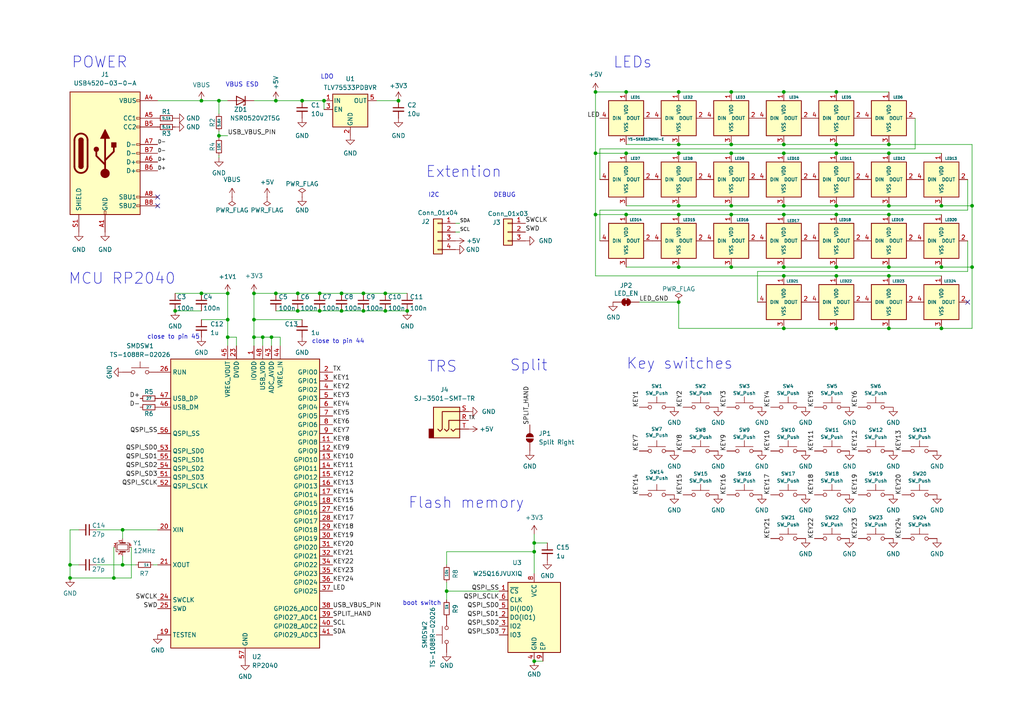
<source format=kicad_sch>
(kicad_sch (version 20231120) (generator "eeschema") (generator_version "8.0")
  (paper "A4")
  (title_block (title "KERIgoKBD") (date "2024-12-27") (rev "1.0.0") (company "KERI's Lab"))
  (junction (at 242.57 77.47))
  (junction (at 242.57 80.01))
  (junction (at 35.56 153.67))
  (junction (at 227.33 77.47))
  (junction (at 20.32 167.64))
  (junction (at 196.85 44.45))
  (junction (at 242.57 62.23))
  (junction (at 129.54 171.45))
  (junction (at 242.57 44.45))
  (junction (at 257.81 59.69))
  (junction (at 111.76 90.17))
  (junction (at 154.94 160.02))
  (junction (at 196.85 87.63))
  (junction (at 196.85 77.47))
  (junction (at 80.01 29.21))
  (junction (at 105.41 90.17))
  (junction (at 118.11 90.17))
  (junction (at 257.81 41.91))
  (junction (at 257.81 77.47))
  (junction (at 172.72 44.45))
  (junction (at 212.09 26.67))
  (junction (at 92.71 90.17))
  (junction (at 20.32 163.83))
  (junction (at 196.85 59.69))
  (junction (at 76.2 97.79))
  (junction (at 58.42 85.09))
  (junction (at 154.94 157.48))
  (junction (at 181.61 44.45))
  (junction (at 99.06 90.17))
  (junction (at 242.57 26.67))
  (junction (at 196.85 41.91))
  (junction (at 227.33 80.01))
  (junction (at 242.57 59.69))
  (junction (at 181.61 62.23))
  (junction (at 172.72 26.67))
  (junction (at 35.56 163.83))
  (junction (at 242.57 95.25))
  (junction (at 242.57 41.91))
  (junction (at 154.94 191.77))
  (junction (at 115.57 29.21))
  (junction (at 257.81 62.23))
  (junction (at 212.09 41.91))
  (junction (at 196.85 26.67))
  (junction (at 73.66 85.09))
  (junction (at 196.85 62.23))
  (junction (at 111.76 85.09))
  (junction (at 86.36 85.09))
  (junction (at 73.66 97.79))
  (junction (at 212.09 59.69))
  (junction (at 80.01 85.09))
  (junction (at 257.81 44.45))
  (junction (at 227.33 41.91))
  (junction (at 66.04 92.71))
  (junction (at 50.8 90.17))
  (junction (at 227.33 95.25))
  (junction (at 33.02 167.64))
  (junction (at 172.72 62.23))
  (junction (at 227.33 44.45))
  (junction (at 63.5 29.21))
  (junction (at 58.42 29.21))
  (junction (at 227.33 26.67))
  (junction (at 273.05 95.25))
  (junction (at 281.94 59.69))
  (junction (at 212.09 62.23))
  (junction (at 99.06 85.09))
  (junction (at 73.66 92.71))
  (junction (at 181.61 26.67))
  (junction (at 93.98 29.21))
  (junction (at 273.05 59.69))
  (junction (at 227.33 62.23))
  (junction (at 273.05 77.47))
  (junction (at 281.94 77.47))
  (junction (at 63.5 39.37))
  (junction (at 105.41 85.09))
  (junction (at 212.09 77.47))
  (junction (at 87.63 29.21))
  (junction (at 92.71 85.09))
  (junction (at 212.09 44.45))
  (junction (at 257.81 80.01))
  (junction (at 86.36 90.17))
  (junction (at 227.33 59.69))
  (junction (at 66.04 97.79))
  (junction (at 78.74 97.79))
  (junction (at 257.81 95.25))
  (junction (at 66.04 85.09))
  (no_connect (at 280.67 87.63))
  (no_connect (at 45.72 57.15))
  (no_connect (at 45.72 59.69))
  (wire (pts (xy 154.94 191.77) (xy 157.48 191.77)))
  (wire (pts (xy 44.45 163.83) (xy 45.72 163.83)))
  (wire (pts (xy 227.33 59.69) (xy 242.57 59.69)))
  (wire (pts (xy 66.04 85.09) (xy 66.04 92.71)))
  (wire (pts (xy 22.86 153.67) (xy 20.32 153.67)))
  (wire (pts (xy 35.56 156.21) (xy 35.56 153.67)))
  (wire (pts (xy 196.85 95.25) (xy 227.33 95.25)))
  (wire (pts (xy 281.94 41.91) (xy 281.94 59.69)))
  (wire (pts (xy 111.76 90.17) (xy 118.11 90.17)))
  (wire (pts (xy 227.33 44.45) (xy 242.57 44.45)))
  (wire (pts (xy 66.04 92.71) (xy 66.04 97.79)))
  (wire (pts (xy 257.81 62.23) (xy 273.05 62.23)))
  (wire (pts (xy 68.58 100.33) (xy 68.58 97.79)))
  (wire (pts (xy 93.98 29.21) (xy 93.98 31.75)))
  (wire (pts (xy 172.72 80.01) (xy 227.33 80.01)))
  (wire (pts (xy 76.2 97.79) (xy 78.74 97.79)))
  (wire (pts (xy 257.81 80.01) (xy 273.05 80.01)))
  (wire (pts (xy 20.32 163.83) (xy 22.86 163.83)))
  (wire (pts (xy 68.58 97.79) (xy 66.04 97.79)))
  (wire (pts (xy 196.85 77.47) (xy 212.09 77.47)))
  (wire (pts (xy 181.61 59.69) (xy 196.85 59.69)))
  (wire (pts (xy 196.85 87.63) (xy 196.85 95.25)))
  (wire (pts (xy 50.8 85.09) (xy 58.42 85.09)))
  (wire (pts (xy 219.71 78.74) (xy 280.67 78.74)))
  (wire (pts (xy 173.99 43.18) (xy 265.43 43.18)))
  (wire (pts (xy 172.72 62.23) (xy 181.61 62.23)))
  (wire (pts (xy 105.41 85.09) (xy 111.76 85.09)))
  (wire (pts (xy 20.32 167.64) (xy 33.02 167.64)))
  (wire (pts (xy 73.66 85.09) (xy 80.01 85.09)))
  (wire (pts (xy 76.2 97.79) (xy 76.2 100.33)))
  (wire (pts (xy 280.67 69.85) (xy 280.67 78.74)))
  (wire (pts (xy 58.42 85.09) (xy 66.04 85.09)))
  (wire (pts (xy 212.09 59.69) (xy 227.33 59.69)))
  (wire (pts (xy 181.61 44.45) (xy 196.85 44.45)))
  (wire (pts (xy 212.09 44.45) (xy 227.33 44.45)))
  (wire (pts (xy 80.01 90.17) (xy 86.36 90.17)))
  (wire (pts (xy 63.5 39.37) (xy 63.5 40.005)))
  (wire (pts (xy 212.09 26.67) (xy 227.33 26.67)))
  (wire (pts (xy 111.76 85.09) (xy 118.11 85.09)))
  (wire (pts (xy 129.54 171.45) (xy 129.54 173.99)))
  (wire (pts (xy 27.94 163.83) (xy 35.56 163.83)))
  (wire (pts (xy 173.99 60.96) (xy 173.99 69.85)))
  (wire (pts (xy 181.61 26.67) (xy 196.85 26.67)))
  (wire (pts (xy 281.94 77.47) (xy 281.94 95.25)))
  (wire (pts (xy 129.54 163.83) (xy 129.54 160.02)))
  (wire (pts (xy 63.5 45.085) (xy 63.5 45.72)))
  (wire (pts (xy 35.56 163.83) (xy 35.56 161.29)))
  (wire (pts (xy 35.56 153.67) (xy 45.72 153.67)))
  (wire (pts (xy 181.61 62.23) (xy 196.85 62.23)))
  (wire (pts (xy 280.67 60.96) (xy 173.99 60.96)))
  (wire (pts (xy 73.66 85.09) (xy 73.66 92.71)))
  (wire (pts (xy 273.05 77.47) (xy 257.81 77.47)))
  (wire (pts (xy 212.09 41.91) (xy 227.33 41.91)))
  (wire (pts (xy 154.94 154.94) (xy 154.94 157.48)))
  (wire (pts (xy 63.5 29.21) (xy 66.04 29.21)))
  (wire (pts (xy 73.66 92.71) (xy 73.66 97.79)))
  (wire (pts (xy 73.66 97.79) (xy 76.2 97.79)))
  (wire (pts (xy 109.22 29.21) (xy 115.57 29.21)))
  (wire (pts (xy 45.72 29.21) (xy 58.42 29.21)))
  (wire (pts (xy 196.85 44.45) (xy 212.09 44.45)))
  (wire (pts (xy 129.54 160.02) (xy 154.94 160.02)))
  (wire (pts (xy 227.33 41.91) (xy 242.57 41.91)))
  (wire (pts (xy 185.42 87.63) (xy 196.85 87.63)))
  (wire (pts (xy 63.5 39.37) (xy 66.04 39.37)))
  (wire (pts (xy 257.81 95.25) (xy 273.05 95.25)))
  (wire (pts (xy 181.61 41.91) (xy 196.85 41.91)))
  (wire (pts (xy 129.54 171.45) (xy 144.78 171.45)))
  (wire (pts (xy 196.85 41.91) (xy 212.09 41.91)))
  (wire (pts (xy 227.33 77.47) (xy 242.57 77.47)))
  (wire (pts (xy 242.57 44.45) (xy 257.81 44.45)))
  (wire (pts (xy 92.71 90.17) (xy 99.06 90.17)))
  (wire (pts (xy 196.85 62.23) (xy 212.09 62.23)))
  (wire (pts (xy 257.81 59.69) (xy 273.05 59.69)))
  (wire (pts (xy 227.33 26.67) (xy 242.57 26.67)))
  (wire (pts (xy 242.57 59.69) (xy 257.81 59.69)))
  (wire (pts (xy 99.06 90.17) (xy 105.41 90.17)))
  (wire (pts (xy 154.94 160.02) (xy 154.94 166.37)))
  (wire (pts (xy 80.01 85.09) (xy 86.36 85.09)))
  (wire (pts (xy 99.06 85.09) (xy 105.41 85.09)))
  (wire (pts (xy 129.54 168.91) (xy 129.54 171.45)))
  (wire (pts (xy 281.94 95.25) (xy 273.05 95.25)))
  (wire (pts (xy 81.28 97.79) (xy 81.28 100.33)))
  (wire (pts (xy 227.33 62.23) (xy 242.57 62.23)))
  (wire (pts (xy 58.42 92.71) (xy 66.04 92.71)))
  (wire (pts (xy 35.56 163.83) (xy 39.37 163.83)))
  (wire (pts (xy 196.85 26.67) (xy 212.09 26.67)))
  (wire (pts (xy 63.5 38.1) (xy 63.5 39.37)))
  (wire (pts (xy 50.8 90.17) (xy 58.42 90.17)))
  (wire (pts (xy 265.43 34.29) (xy 265.43 43.18)))
  (wire (pts (xy 172.72 80.01) (xy 172.72 62.23)))
  (wire (pts (xy 173.99 43.18) (xy 173.99 52.07)))
  (wire (pts (xy 63.5 29.21) (xy 63.5 33.02)))
  (wire (pts (xy 58.42 29.21) (xy 63.5 29.21)))
  (wire (pts (xy 281.94 59.69) (xy 281.94 77.47)))
  (wire (pts (xy 20.32 163.83) (xy 20.32 167.64)))
  (wire (pts (xy 227.33 95.25) (xy 242.57 95.25)))
  (wire (pts (xy 172.72 26.67) (xy 181.61 26.67)))
  (wire (pts (xy 242.57 62.23) (xy 257.81 62.23)))
  (wire (pts (xy 38.1 167.64) (xy 33.02 167.64)))
  (wire (pts (xy 172.72 44.45) (xy 181.61 44.45)))
  (wire (pts (xy 133.35 64.77) (xy 132.08 64.77)))
  (wire (pts (xy 66.04 97.79) (xy 66.04 100.33)))
  (wire (pts (xy 219.71 78.74) (xy 219.71 87.63)))
  (wire (pts (xy 196.85 59.69) (xy 212.09 59.69)))
  (wire (pts (xy 280.67 52.07) (xy 280.67 60.96)))
  (wire (pts (xy 92.71 85.09) (xy 99.06 85.09)))
  (wire (pts (xy 78.74 97.79) (xy 78.74 100.33)))
  (wire (pts (xy 73.66 92.71) (xy 87.63 92.71)))
  (wire (pts (xy 242.57 80.01) (xy 257.81 80.01)))
  (wire (pts (xy 181.61 77.47) (xy 196.85 77.47)))
  (wire (pts (xy 281.94 77.47) (xy 273.05 77.47)))
  (wire (pts (xy 38.1 158.75) (xy 38.1 167.64)))
  (wire (pts (xy 154.94 157.48) (xy 158.75 157.48)))
  (wire (pts (xy 242.57 41.91) (xy 257.81 41.91)))
  (wire (pts (xy 73.66 29.21) (xy 80.01 29.21)))
  (wire (pts (xy 172.72 44.45) (xy 172.72 26.67)))
  (wire (pts (xy 273.05 59.69) (xy 281.94 59.69)))
  (wire (pts (xy 242.57 26.67) (xy 257.81 26.67)))
  (wire (pts (xy 257.81 41.91) (xy 281.94 41.91)))
  (wire (pts (xy 105.41 90.17) (xy 111.76 90.17)))
  (wire (pts (xy 27.94 153.67) (xy 35.56 153.67)))
  (wire (pts (xy 227.33 80.01) (xy 242.57 80.01)))
  (wire (pts (xy 154.94 157.48) (xy 154.94 160.02)))
  (wire (pts (xy 86.36 85.09) (xy 92.71 85.09)))
  (wire (pts (xy 80.01 29.21) (xy 87.63 29.21)))
  (wire (pts (xy 78.74 97.79) (xy 81.28 97.79)))
  (wire (pts (xy 20.32 153.67) (xy 20.32 163.83)))
  (wire (pts (xy 87.63 29.21) (xy 93.98 29.21)))
  (wire (pts (xy 242.57 77.47) (xy 257.81 77.47)))
  (wire (pts (xy 242.57 95.25) (xy 257.81 95.25)))
  (wire (pts (xy 212.09 62.23) (xy 227.33 62.23)))
  (wire (pts (xy 212.09 77.47) (xy 227.33 77.47)))
  (wire (pts (xy 73.66 97.79) (xy 73.66 100.33)))
  (wire (pts (xy 172.72 62.23) (xy 172.72 44.45)))
  (wire (pts (xy 86.36 90.17) (xy 92.71 90.17)))
  (wire (pts (xy 133.35 67.31) (xy 132.08 67.31)))
  (wire (pts (xy 33.02 158.75) (xy 33.02 167.64)))
  (wire (pts (xy 257.81 44.45) (xy 273.05 44.45)))
  (text "Key switches" (at 181.61 107.442 0) (effects (font (size 3.175 3.175)) (justify left bottom)))
  (text "Extention" (at 123.444 51.816 0) (effects (font (size 3.175 3.175)) (justify left bottom)))
  (text "LDO" (at 92.964 23.114 0) (effects (font (size 1.27 1.27)) (justify left bottom)))
  (text "POWER\n" (at 20.701 20.066 0) (effects (font (size 3.175 3.175)) (justify left bottom)))
  (text "close to pin 45" (at 42.672 98.552 0) (effects (font (size 1.27 1.27)) (justify left bottom)))
  (text "Split" (at 147.828 107.95 0) (effects (font (size 3.175 3.175)) (justify left bottom)))
  (text "VBUS ESD" (at 65.405 25.4 0) (effects (font (size 1.27 1.27)) (justify left bottom)))
  (text "I2C" (at 124.206 57.404 0) (effects (font (size 1.27 1.27)) (justify left bottom)))
  (text "boot switch" (at 128.016 175.768 0) (effects (font (size 1.27 1.27)) (justify right bottom)))
  (text "TRS" (at 123.825 108.331 0) (effects (font (size 3.175 3.175)) (justify left bottom)))
  (text "LEDs" (at 177.8 20.066 0) (effects (font (size 3.175 3.175)) (justify left bottom)))
  (text "close to pin 44" (at 90.424 99.822 0) (effects (font (size 1.27 1.27)) (justify left bottom)))
  (text "Flash memory" (at 118.364 147.828 0) (effects (font (size 3.175 3.175)) (justify left bottom)))
  (text "MCU RP2040" (at 19.812 82.804 0) (effects (font (size 3.175 3.175)) (justify left bottom)))
  (text "DEBUG" (at 143.129 57.404 0) (effects (font (size 1.27 1.27)) (justify left bottom)))
  (label "KEY2" (at 96.52 113.03 0))
  (label "D+" (at 45.72 46.99 0) (effects (font (size 1 1))))
  (label "QSPI_SD3" (at 45.72 138.43 180))
  (label "LED" (at 173.99 34.29 180))
  (label "KEY23" (at 248.92 156.21 90))
  (label "SDA" (at 133.35 64.77 0) (effects (font (size 1 1))))
  (label "SWCLK" (at 152.4 64.77 0))
  (label "KEY13" (at 261.62 130.81 90))
  (label "QSPI_SD2" (at 144.78 181.61 180))
  (label "QSPI_SD1" (at 144.78 179.07 180))
  (label "KEY11" (at 236.22 130.81 90))
  (label "KEY16" (at 210.82 143.51 90))
  (label "KEY22" (at 236.22 156.21 90))
  (label "KEY24" (at 96.52 168.91 0))
  (label "KEY22" (at 96.52 163.83 0))
  (label "QSPI_SD1" (at 45.72 133.35 180))
  (label "KEY10" (at 96.52 133.35 0))
  (label "SWD" (at 152.4 67.31 0))
  (label "KEY23" (at 96.52 166.37 0))
  (label "KEY3" (at 210.82 118.11 90))
  (label "KEY16" (at 96.52 148.59 0))
  (label "SPLIT_HAND" (at 96.52 179.07 0))
  (label "KEY4" (at 96.52 118.11 0))
  (label "QSPI_SCLK" (at 144.78 173.99 180))
  (label "SCL" (at 133.35 67.31 0) (effects (font (size 1 1))))
  (label "KEY15" (at 96.52 146.05 0))
  (label "LED_GND" (at 185.42 87.63 0))
  (label "QSPI_SD2" (at 45.72 135.89 180))
  (label "KEY18" (at 96.52 153.67 0))
  (label "QSPI_SD3" (at 144.78 184.15 180))
  (label "SWCLK" (at 45.72 173.99 180))
  (label "KEY20" (at 261.62 143.51 90))
  (label "KEY12" (at 248.92 130.81 90))
  (label "KEY14" (at 185.42 143.51 90))
  (label "D-" (at 40.64 118.11 180))
  (label "KEY8" (at 96.52 128.27 0))
  (label "KEY7" (at 96.52 125.73 0))
  (label "KEY6" (at 96.52 123.19 0))
  (label "QSPI_SS" (at 144.78 171.45 180))
  (label "KEY19" (at 248.92 143.51 90))
  (label "KEY5" (at 96.52 120.65 0))
  (label "QSPI_SD0" (at 45.72 130.81 180))
  (label "KEY18" (at 236.22 143.51 90))
  (label "KEY15" (at 198.12 143.51 90))
  (label "KEY21" (at 223.52 156.21 90))
  (label "D+" (at 45.72 49.53 0) (effects (font (size 1 1))))
  (label "KEY17" (at 96.52 151.13 0))
  (label "KEY1" (at 96.52 110.49 0))
  (label "KEY14" (at 96.52 143.51 0))
  (label "KEY10" (at 223.52 130.81 90))
  (label "KEY11" (at 96.52 135.89 0))
  (label "KEY20" (at 96.52 158.75 0))
  (label "SCL" (at 96.52 181.61 0))
  (label "TX" (at 135.89 121.92 0) (effects (font (size 1 1))))
  (label "KEY7" (at 185.42 130.81 90))
  (label "D+" (at 40.64 115.57 180))
  (label "KEY1" (at 185.42 118.11 90))
  (label "QSPI_SCLK" (at 45.72 140.97 180))
  (label "KEY24" (at 261.62 156.21 90))
  (label "KEY2" (at 198.12 118.11 90))
  (label "KEY8" (at 198.12 130.81 90))
  (label "QSPI_SS" (at 45.72 125.73 180))
  (label "D-" (at 45.72 41.91 0) (effects (font (size 1 1))))
  (label "KEY5" (at 236.22 118.11 90))
  (label "USB_VBUS_PIN" (at 66.04 39.37 0))
  (label "QSPI_SD0" (at 144.78 176.53 180))
  (label "TX" (at 96.52 107.95 0))
  (label "KEY21" (at 96.52 161.29 0))
  (label "KEY13" (at 96.52 140.97 0))
  (label "KEY4" (at 223.52 118.11 90))
  (label "USB_VBUS_PIN" (at 96.52 176.53 0))
  (label "KEY9" (at 210.82 130.81 90))
  (label "KEY9" (at 96.52 130.81 0))
  (label "SDA" (at 96.52 184.15 0))
  (label "KEY19" (at 96.52 156.21 0))
  (label "SWD" (at 45.72 176.53 180))
  (label "LED" (at 96.52 171.45 0))
  (label "KEY3" (at 96.52 115.57 0))
  (label "KEY6" (at 248.92 118.11 90))
  (label "KEY12" (at 96.52 138.43 0))
  (label "KEY17" (at 223.52 143.51 90))
  (label "D-" (at 45.72 44.45 0) (effects (font (size 1 1))))
  (label "SPLIT_HAND" (at 153.67 123.19 90))
  (symbol (lib_id "Device:C_Small") (at 99.06 87.63 0) (unit 1)
    (property "Reference" "C8" (at 99.822 86.106 0) (effects (justify left)))
    (property "Value" "100n" (at 99.822 89.408 0) (effects (justify left)))
    (property "Footprint" "Capacitor_SMD:C_0402_1005Metric" (effects (hide yes)))
  )
  (symbol (lib_id "kbd_local:YS-SK6812MINI-E") (at 227.33 69.85 0) (unit 1)
    (property "Reference" "LED17" (at 228.346 64.008 0) (effects (font (size 0.7366 0.7366)) (justify left)))
    (property "Value" "YS-SK6812MINI-E" (effects (hide yes)))
    (property "Footprint" "kbd_local:YS-SK6812MINI-E-dual" (effects (hide yes)))
  )
  (symbol (lib_id "Device:C_Small") (at 58.42 95.25 0) (unit 1)
    (property "Reference" "C12" (at 60.96 93.98 0) (effects (justify left)))
    (property "Value" "1u" (at 60.96 96.52 0) (effects (justify left)))
    (property "Footprint" "Capacitor_SMD:C_0402_1005Metric" (effects (hide yes)))
  )
  (symbol (lib_id "Device:C_Small") (at 87.63 95.25 0) (unit 1)
    (property "Reference" "C13" (at 82.55 93.98 0) (effects (justify left)))
    (property "Value" "1u" (at 90.17 96.52 0) (effects (justify left)))
    (property "Footprint" "Capacitor_SMD:C_0402_1005Metric" (effects (hide yes)))
  )
  (symbol (lib_id "power:+3V3") (at 73.66 85.09 0) (unit 1)
    (property "Reference" "#PWR020" (effects (hide yes)))
    (property "Value" "+3V3" (at 73.66 80.01 0))
  )
  (symbol (lib_id "power:GND") (at 246.38 156.21 0) (unit 1)
    (property "Reference" "#PWR052" (effects (hide yes)))
    (property "Value" "GND" (at 246.38 160.655 0))
  )
  (symbol (lib_name "SW_Push_1") (lib_id "Switch:SW_Push") (at 254 118.11 0) (unit 1)
    (property "Reference" "SW6" (at 254 112.014 0) (effects (font (size 1 1))))
    (property "Value" "SW_Push" (at 254 114.046 0) (effects (font (size 1 1))))
    (property "Footprint" "kbd_local:keyswitch_choc12_hotswap_1u_dual" (effects (hide yes)))
  )
  (symbol (lib_id "Switch:SW_Push") (at 203.2 130.81 0) (unit 1)
    (property "Reference" "SW8" (at 203.2 124.714 0) (effects (font (size 1 1))))
    (property "Value" "SW_Push" (at 203.2 126.746 0) (effects (font (size 1 1))))
    (property "Footprint" "kbd_local:keyswitch_choc12_hotswap_1u_dual" (effects (hide yes)))
  )
  (symbol (lib_id "power:GND") (at 87.63 57.15 0) (unit 1)
    (property "Reference" "#PWR013" (effects (hide yes)))
    (property "Value" "GND" (at 87.63 60.96 0))
  )
  (symbol (lib_id "power:+3V3") (at 154.94 154.94 0) (unit 1)
    (property "Reference" "#PWR050" (effects (hide yes)))
    (property "Value" "+3V3" (at 154.94 150.114 0))
  )
  (symbol (lib_id "power:GND") (at 153.67 130.81 0) (unit 1)
    (property "Reference" "#PWR035" (effects (hide yes)))
    (property "Value" "GND" (at 153.67 135.255 0))
  )
  (symbol (lib_id "Switch:SW_Push") (at 266.7 143.51 0) (unit 1)
    (property "Reference" "SW20" (at 266.7 137.414 0) (effects (font (size 1 1))))
    (property "Value" "SW_Push" (at 266.7 139.446 0) (effects (font (size 1 1))))
    (property "Footprint" "kbd_local:keyswitch_choc12_hotswap_1u_dual" (effects (hide yes)))
  )
  (symbol (lib_id "power:GND") (at 30.48 67.31 0) (unit 1)
    (property "Reference" "#PWR015" (effects (hide yes)))
    (property "Value" "GND" (at 30.48 72.39 0))
  )
  (symbol (lib_id "Switch:SW_Push") (at 215.9 130.81 0) (unit 1)
    (property "Reference" "SW9" (at 215.9 124.714 0) (effects (font (size 1 1))))
    (property "Value" "SW_Push" (at 215.9 126.746 0) (effects (font (size 1 1))))
    (property "Footprint" "kbd_local:keyswitch_choc12_hotswap_1u_dual" (effects (hide yes)))
  )
  (symbol (lib_id "Device:R_Small") (at 43.18 115.57 90) (unit 1)
    (property "Reference" "R5" (at 43.18 113.665 90))
    (property "Value" "27" (at 43.18 115.57 90) (effects (font (size 0.762 0.762))))
    (property "Footprint" "Resistor_SMD:R_0402_1005Metric" (effects (hide yes)))
  )
  (symbol (lib_id "power:GND") (at 271.78 156.21 0) (unit 1)
    (property "Reference" "#PWR054" (effects (hide yes)))
    (property "Value" "GND" (at 271.78 160.655 0))
  )
  (symbol (lib_id "Jumper:SolderJumper_2_Bridged") (at 181.61 87.63 0) (unit 1) (exclude_from_sim yes) (in_bom no)
    (property "Reference" "JP2" (at 181.61 82.804 0))
    (property "Value" "LED_EN" (at 181.61 85.09 0))
    (property "Footprint" "Jumper:SolderJumper-2_P1.3mm_Bridged_RoundedPad1.0x1.5mm" (effects (hide yes)))
    (property "Description" "Solder Jumper, 2-pole, closed/bridged" (effects (hide yes)))
  )
  (symbol (lib_id "Device:C_Small") (at 80.01 87.63 0) (unit 1)
    (property "Reference" "C5" (at 80.772 86.106 0) (effects (justify left)))
    (property "Value" "100n" (at 80.772 89.408 0) (effects (justify left)))
    (property "Footprint" "Capacitor_SMD:C_0402_1005Metric" (effects (hide yes)))
  )
  (symbol (lib_id "power:+5V") (at 172.72 26.67 0) (unit 1)
    (property "Reference" "#PWR01" (effects (hide yes)))
    (property "Value" "+5V" (at 172.72 21.59 0))
  )
  (symbol (lib_id "Switch:SW_Push") (at 228.6 130.81 0) (unit 1)
    (property "Reference" "SW10" (at 228.6 124.714 0) (effects (font (size 1 1))))
    (property "Value" "SW_Push" (at 228.6 126.746 0) (effects (font (size 1 1))))
    (property "Footprint" "kbd_local:keyswitch_choc12_hotswap_1u_dual" (effects (hide yes)))
  )
  (symbol (lib_id "Memory_Flash:W25Q32JVZP") (at 154.94 179.07 0) (unit 1)
    (property "Reference" "U3" (at 148.59 163.195 0) (effects (justify left)))
    (property "Value" "W25Q16JVUXIQ" (at 137.16 166.37 0) (effects (justify left)))
    (property "Footprint" "Package_SON:Winbond_USON-8-1EP_3x2mm_P0.5mm_EP0.2x1.6mm" (effects (hide yes)))
    (property "Datasheet" "http://www.winbond.com/resource-files/w25q32jv%20revg%2003272018%20plus.pdf" (effects (hide yes)))
    (property "Description" "32Mb Serial Flash Memory, Standard/Dual/Quad SPI, DFN-8" (effects (hide yes)))
    (property "JLCPCB Part #" "C113767" (effects (hide yes)))
  )
  (symbol (lib_id "power:VBUS") (at 58.42 29.21 0) (unit 1)
    (property "Reference" "#PWR02" (effects (hide yes)))
    (property "Value" "VBUS" (at 58.42 24.638 0))
  )
  (symbol (lib_id "Device:Crystal_GND24_Small") (at 35.56 158.75 270) (unit 1)
    (property "Reference" "Y1" (at 39.878 157.48 90))
    (property "Value" "12MHz" (at 41.91 159.766 90))
    (property "Footprint" "Crystal:Crystal_SMD_3225-4Pin_3.2x2.5mm" (effects (hide yes)))
    (property "Description" "12MHz 18pF ±20ppm SMD3225-4P Crystals ROHS" (effects (hide yes)))
    (property "MFR.Part #" "Q22FA23V0041800" (effects (hide yes)))
    (property "JLCPCB Part #" "C91749" (effects (hide yes)))
  )
  (symbol (lib_id "power:GND") (at 233.68 156.21 0) (unit 1)
    (property "Reference" "#PWR051" (effects (hide yes)))
    (property "Value" "GND" (at 233.68 160.655 0))
  )
  (symbol (lib_id "Switch:SW_Push") (at 254 130.81 0) (unit 1)
    (property "Reference" "SW12" (at 254 124.714 0) (effects (font (size 1 1))))
    (property "Value" "SW_Push" (at 254 126.746 0) (effects (font (size 1 1))))
    (property "Footprint" "kbd_local:keyswitch_choc12_hotswap_1u_dual" (effects (hide yes)))
  )
  (symbol (lib_id "power:GND") (at 45.72 184.15 0) (unit 1)
    (property "Reference" "#PWR057" (effects (hide yes)))
    (property "Value" "GND" (at 45.72 188.595 0))
  )
  (symbol (lib_id "kbd_local:YS-SK6812MINI-E") (at 257.81 34.29 0) (unit 1)
    (property "Reference" "LED6" (at 259.08 28.194 0) (effects (font (size 0.7366 0.7366)) (justify left)))
    (property "Value" "YS-SK6812MINI-E" (effects (hide yes)))
    (property "Footprint" "kbd_local:YS-SK6812MINI-E-dual" (effects (hide yes)))
  )
  (symbol (lib_id "Switch:SW_Push") (at 203.2 118.11 0) (unit 1)
    (property "Reference" "SW2" (at 203.2 112.014 0) (effects (font (size 1 1))))
    (property "Value" "SW_Push" (at 203.2 114.046 0) (effects (font (size 1 1))))
    (property "Footprint" "kbd_local:keyswitch_choc12_hotswap_1u_dual" (effects (hide yes)))
  )
  (symbol (lib_id "Device:C_Small") (at 158.75 160.02 0) (unit 1)
    (property "Reference" "C15" (at 161.29 158.75 0) (effects (justify left)))
    (property "Value" "1u" (at 161.29 161.29 0) (effects (justify left)))
    (property "Footprint" "Capacitor_SMD:C_0402_1005Metric" (effects (hide yes)))
  )
  (symbol (lib_id "power:GND") (at 246.38 118.11 0) (unit 1)
    (property "Reference" "#PWR031" (effects (hide yes)))
    (property "Value" "GND" (at 246.38 122.555 0))
  )
  (symbol (lib_id "power:GND") (at 135.89 119.38 90) (unit 1)
    (property "Reference" "#PWR033" (effects (hide yes)))
    (property "Value" "GND" (at 139.7 119.38 90) (effects (justify right)))
  )
  (symbol (lib_id "power:GND") (at 50.8 90.17 0) (unit 1)
    (property "Reference" "#PWR021" (effects (hide yes)))
    (property "Value" "GND" (at 50.8 94.615 0))
  )
  (symbol (lib_id "Connector_Generic:Conn_01x04") (at 127 67.31 0) (mirror y) (unit 1)
    (property "Reference" "J2" (at 123.444 64.262 0))
    (property "Value" "Conn_01x04" (at 127 61.722 0))
    (property "Footprint" "Connector_PinHeader_1.27mm:PinHeader_1x04_P1.27mm_Vertical" (effects (hide yes)))
  )
  (symbol (lib_id "power:GND") (at 220.98 143.51 0) (unit 1)
    (property "Reference" "#PWR045" (effects (hide yes)))
    (property "Value" "GND" (at 220.98 147.955 0))
  )
  (symbol (lib_id "Connector_Generic:Conn_01x03") (at 147.32 67.31 0) (mirror y) (unit 1)
    (property "Reference" "J3" (at 144.018 64.516 0))
    (property "Value" "Conn_01x03" (at 147.32 61.976 0))
    (property "Footprint" "Connector_PinHeader_1.27mm:PinHeader_1x03_P1.27mm_Vertical" (effects (hide yes)))
  )
  (symbol (lib_id "power:+1V1") (at 66.04 85.09 0) (unit 1)
    (property "Reference" "#PWR019" (effects (hide yes)))
    (property "Value" "+1V1" (at 66.04 80.264 0))
  )
  (symbol (lib_id "kbd_local:YS-SK6812MINI-E") (at 181.61 69.85 0) (unit 1)
    (property "Reference" "LED14" (at 182.626 63.754 0) (effects (font (size 0.7366 0.7366)) (justify left)))
    (property "Value" "YS-SK6812MINI-E" (effects (hide yes)))
    (property "Footprint" "kbd_local:YS-SK6812MINI-E-dual" (effects (hide yes)))
  )
  (symbol (lib_id "kbd_local:YS-SK6812MINI-E") (at 196.85 52.07 0) (unit 1)
    (property "Reference" "LED8" (at 198.12 45.974 0) (effects (font (size 0.7366 0.7366)) (justify left)))
    (property "Value" "YS-SK6812MINI-E" (effects (hide yes)))
    (property "Footprint" "kbd_local:YS-SK6812MINI-E-dual" (effects (hide yes)))
  )
  (symbol (lib_id "power:GND") (at 87.63 34.29 0) (unit 1)
    (property "Reference" "#PWR06" (effects (hide yes)))
    (property "Value" "GND" (at 87.63 39.37 0))
  )
  (symbol (lib_id "power:GND") (at 129.54 189.23 0) (unit 1)
    (property "Reference" "#PWR058" (effects (hide yes)))
    (property "Value" "GND" (at 129.54 193.04 0))
  )
  (symbol (lib_id "kbd_local:YS-SK6812MINI-E") (at 257.81 52.07 0) (unit 1)
    (property "Reference" "LED12" (at 259.08 45.974 0) (effects (font (size 0.7366 0.7366)) (justify left)))
    (property "Value" "YS-SK6812MINI-E" (effects (hide yes)))
    (property "Footprint" "kbd_local:YS-SK6812MINI-E-dual" (effects (hide yes)))
  )
  (symbol (lib_id "power:GND") (at 22.86 67.31 0) (unit 1)
    (property "Reference" "#PWR014" (effects (hide yes)))
    (property "Value" "GND" (at 22.86 72.39 0))
  )
  (symbol (lib_id "kbd_local:YS-SK6812MINI-E") (at 181.61 34.29 0) (unit 1)
    (property "Reference" "LED1" (at 182.88 28.194 0) (effects (font (size 0.7366 0.7366)) (justify left)))
    (property "Value" "YS-SK6812MINI-E" (at 182.118 40.386 0) (effects (font (size 0.7366 0.7366)) (justify left)))
    (property "Footprint" "kbd_local:YS-SK6812MINI-E-dual" (effects (hide yes)))
  )
  (symbol (lib_id "power:+5V") (at 77.47 57.15 0) (unit 1)
    (property "Reference" "#PWR012" (effects (hide yes)))
    (property "Value" "+5V" (at 77.47 52.832 0))
  )
  (symbol (lib_id "power:GND") (at 158.75 162.56 0) (unit 1)
    (property "Reference" "#PWR055" (effects (hide yes)))
    (property "Value" "GND" (at 158.75 167.005 0))
  )
  (symbol (lib_id "Switch:SW_Push") (at 228.6 156.21 0) (unit 1)
    (property "Reference" "SW21" (at 228.6 150.114 0) (effects (font (size 1 1))))
    (property "Value" "SW_Push" (at 228.6 152.146 0) (effects (font (size 1 1))))
    (property "Footprint" "kbd_local:keyswitch_choc12_hotswap_1u_dual" (effects (hide yes)))
  )
  (symbol (lib_id "kbd_local:YS-SK6812MINI-E") (at 242.57 52.07 0) (unit 1)
    (property "Reference" "LED11" (at 243.586 45.974 0) (effects (font (size 0.7366 0.7366)) (justify left)))
    (property "Value" "YS-SK6812MINI-E" (effects (hide yes)))
    (property "Footprint" "kbd_local:YS-SK6812MINI-E-dual" (effects (hide yes)))
  )
  (symbol (lib_id "Device:R_Small") (at 129.54 166.37 180) (unit 1)
    (property "Reference" "R8" (at 132.08 165.1 90) (effects (justify left)))
    (property "Value" "10k" (at 129.54 165.1 90) (effects (font (size 0.762 0.762)) (justify left)))
    (property "Footprint" "Resistor_SMD:R_0402_1005Metric" (effects (hide yes)))
    (property "Description" "Resistor, small symbol" (effects (hide yes)))
  )
  (symbol (lib_id "power:GND") (at 50.8 36.83 90) (unit 1)
    (property "Reference" "#PWR08" (effects (hide yes)))
    (property "Value" "GND" (at 53.975 36.83 90) (effects (justify right)))
  )
  (symbol (lib_id "Switch:SW_Push") (at 254 156.21 0) (unit 1)
    (property "Reference" "SW23" (at 254 150.114 0) (effects (font (size 1 1))))
    (property "Value" "SW_Push" (at 254 152.146 0) (effects (font (size 1 1))))
    (property "Footprint" "kbd_local:keyswitch_choc12_hotswap_1u_dual" (effects (hide yes)))
  )
  (symbol (lib_id "Switch:SW_Push") (at 266.7 156.21 0) (unit 1)
    (property "Reference" "SW24" (at 266.7 150.114 0) (effects (font (size 1 1))))
    (property "Value" "SW_Push" (at 266.7 152.146 0) (effects (font (size 1 1))))
    (property "Footprint" "kbd_local:keyswitch_choc12_hotswap_1u_dual" (effects (hide yes)))
  )
  (symbol (lib_id "power:GND") (at 246.38 130.81 0) (unit 1)
    (property "Reference" "#PWR040" (effects (hide yes)))
    (property "Value" "GND" (at 246.38 135.255 0))
  )
  (symbol (lib_id "Device:C_Small") (at 118.11 87.63 0) (unit 1)
    (property "Reference" "C11" (at 118.872 86.106 0) (effects (justify left)))
    (property "Value" "100n" (at 118.872 89.408 0) (effects (justify left)))
    (property "Footprint" "Capacitor_SMD:C_0402_1005Metric" (effects (hide yes)))
  )
  (symbol (lib_id "kbd_local:YS-SK6812MINI-E") (at 257.81 69.85 0) (unit 1)
    (property "Reference" "LED19" (at 258.572 63.754 0) (effects (font (size 0.7366 0.7366)) (justify left)))
    (property "Value" "YS-SK6812MINI-E" (effects (hide yes)))
    (property "Footprint" "kbd_local:YS-SK6812MINI-E-dual" (effects (hide yes)))
  )
  (symbol (lib_id "kbd_local:YS-SK6812MINI-E") (at 273.05 69.85 0) (unit 1)
    (property "Reference" "LED20" (at 274.066 63.754 0) (effects (font (size 0.7366 0.7366)) (justify left)))
    (property "Value" "YS-SK6812MINI-E" (effects (hide yes)))
    (property "Footprint" "kbd_local:YS-SK6812MINI-E-dual" (effects (hide yes)))
  )
  (symbol (lib_id "Switch:SW_Push") (at 129.54 184.15 90) (unit 1)
    (property "Reference" "SMDSW2" (at 123.19 180.086 0) (effects (justify right)))
    (property "Value" "TS-1088R-02026" (at 125.476 176.022 0) (effects (justify right)))
    (property "Footprint" "Connector_PinHeader_1.27mm:PinHeader_1x02_P1.27mm_Vertical" (effects (hide yes)))
    (property "JLCPCB Part #" "C455280" (effects (hide yes)))
  )
  (symbol (lib_id "power:GND") (at 115.57 34.29 0) (unit 1)
    (property "Reference" "#PWR07" (effects (hide yes)))
    (property "Value" "GND" (at 115.57 39.37 0))
  )
  (symbol (lib_id "power:GND") (at 233.68 118.11 0) (unit 1)
    (property "Reference" "#PWR030" (effects (hide yes)))
    (property "Value" "GND" (at 233.68 122.555 0))
  )
  (symbol (lib_id "power:GND") (at 208.28 130.81 0) (unit 1)
    (property "Reference" "#PWR037" (effects (hide yes)))
    (property "Value" "GND" (at 208.28 135.255 0))
  )
  (symbol (lib_id "kbd_local:YS-SK6812MINI-E") (at 196.85 34.29 0) (unit 1)
    (property "Reference" "LED2" (at 198.12 28.194 0) (effects (font (size 0.7366 0.7366)) (justify left)))
    (property "Value" "YS-SK6812MINI-E" (effects (hide yes)))
    (property "Footprint" "kbd_local:YS-SK6812MINI-E-dual" (effects (hide yes)))
  )
  (symbol (lib_id "power:GND") (at 152.4 69.85 90) (mirror x) (unit 1)
    (property "Reference" "#PWR017" (effects (hide yes)))
    (property "Value" "GND" (at 156.21 69.85 90) (effects (justify right)))
  )
  (symbol (lib_id "power:GND") (at 35.56 107.95 270) (unit 1)
    (property "Reference" "#PWR026" (effects (hide yes)))
    (property "Value" "GND" (at 31.75 107.95 0))
  )
  (symbol (lib_id "kbd_local:YS-SK6812MINI-E") (at 242.57 87.63 0) (unit 1)
    (property "Reference" "LED22" (at 243.586 81.534 0) (effects (font (size 0.7366 0.7366)) (justify left)))
    (property "Value" "YS-SK6812MINI-E" (effects (hide yes)))
    (property "Footprint" "kbd_local:YS-SK6812MINI-E-dual" (effects (hide yes)))
  )
  (symbol (lib_id "kbd_local:YS-SK6812MINI-E") (at 273.05 52.07 0) (unit 1)
    (property "Reference" "LED13" (at 274.066 45.974 0) (effects (font (size 0.7366 0.7366)) (justify left)))
    (property "Value" "YS-SK6812MINI-E" (effects (hide yes)))
    (property "Footprint" "kbd_local:YS-SK6812MINI-E-dual" (effects (hide yes)))
  )
  (symbol (lib_id "power:GND") (at 71.12 191.77 0) (unit 1)
    (property "Reference" "#PWR059" (effects (hide yes)))
    (property "Value" "GND" (at 71.12 196.215 0))
  )
  (symbol (lib_id "power:GND") (at 132.08 72.39 90) (mirror x) (unit 1)
    (property "Reference" "#PWR018" (effects (hide yes)))
    (property "Value" "GND" (at 137.16 72.39 90))
  )
  (symbol (lib_id "kbd_local:YS-SK6812MINI-E") (at 273.05 87.63 0) (unit 1)
    (property "Reference" "LED24" (at 273.812 81.534 0) (effects (font (size 0.7366 0.7366)) (justify left)))
    (property "Value" "YS-SK6812MINI-E" (effects (hide yes)))
    (property "Footprint" "kbd_local:YS-SK6812MINI-E-dual" (effects (hide yes)))
  )
  (symbol (lib_id "Switch:SW_Push") (at 215.9 143.51 0) (unit 1)
    (property "Reference" "SW16" (at 215.9 137.414 0) (effects (font (size 1 1))))
    (property "Value" "SW_Push" (at 215.9 139.446 0) (effects (font (size 1 1))))
    (property "Footprint" "kbd_local:keyswitch_choc12_hotswap_1u_dual" (effects (hide yes)))
  )
  (symbol (lib_id "Device:C_Small") (at 86.36 87.63 0) (unit 1)
    (property "Reference" "C6" (at 87.122 86.106 0) (effects (justify left)))
    (property "Value" "100n" (at 87.122 89.408 0) (effects (justify left)))
    (property "Footprint" "Capacitor_SMD:C_0402_1005Metric" (effects (hide yes)))
  )
  (symbol (lib_id "power:GND") (at 220.98 118.11 0) (unit 1)
    (property "Reference" "#PWR029" (effects (hide yes)))
    (property "Value" "GND" (at 220.98 122.555 0))
  )
  (symbol (lib_id "power:+5V") (at 132.08 69.85 270) (mirror x) (unit 1)
    (property "Reference" "#PWR016" (effects (hide yes)))
    (property "Value" "+5V" (at 135.255 69.85 90) (effects (justify left)))
  )
  (symbol (lib_id "Switch:SW_Push") (at 228.6 118.11 0) (unit 1)
    (property "Reference" "SW4" (at 228.6 112.014 0) (effects (font (size 1 1))))
    (property "Value" "SW_Push" (at 228.6 114.046 0) (effects (font (size 1 1))))
    (property "Footprint" "kbd_local:keyswitch_choc12_hotswap_1u_dual" (effects (hide yes)))
  )
  (symbol (lib_id "Device:R_Small") (at 48.26 34.29 270) (unit 1)
    (property "Reference" "R1" (at 48.26 32.385 90))
    (property "Value" "5.1k" (at 48.26 34.29 90) (effects (font (size 0.762 0.762))))
    (property "Footprint" "Resistor_SMD:R_0402_1005Metric" (effects (hide yes)))
  )
  (symbol (lib_id "kbd_local:YS-SK6812MINI-E") (at 212.09 52.07 0) (unit 1)
    (property "Reference" "LED9" (at 213.106 45.974 0) (effects (font (size 0.7366 0.7366)) (justify left)))
    (property "Value" "YS-SK6812MINI-E" (effects (hide yes)))
    (property "Footprint" "kbd_local:YS-SK6812MINI-E-dual" (effects (hide yes)))
  )
  (symbol (lib_id "power:GND") (at 101.6 39.37 0) (unit 1)
    (property "Reference" "#PWR09" (effects (hide yes)))
    (property "Value" "GND" (at 101.6 44.45 0))
  )
  (symbol (lib_id "power:VBUS") (at 67.31 57.15 0) (unit 1)
    (property "Reference" "#PWR011" (effects (hide yes)))
    (property "Value" "VBUS" (at 67.31 52.07 0))
  )
  (symbol (lib_id "Switch:SW_Push") (at 241.3 130.81 0) (unit 1)
    (property "Reference" "SW11" (at 241.3 124.714 0) (effects (font (size 1 1))))
    (property "Value" "SW_Push" (at 241.3 126.746 0) (effects (font (size 1 1))))
    (property "Footprint" "kbd_local:keyswitch_choc12_hotswap_1u_dual" (effects (hide yes)))
  )
  (symbol (lib_id "Jumper:SolderJumper_2_Open") (at 153.67 127 90) (unit 1) (exclude_from_sim yes) (in_bom no)
    (property "Reference" "JP1" (at 156.21 125.7299 90) (effects (justify right)))
    (property "Value" "Split Right" (at 156.21 128.2699 90) (effects (justify right)))
    (property "Footprint" "Jumper:SolderJumper-2_P1.3mm_Open_TrianglePad1.0x1.5mm" (effects (hide yes)))
    (property "Description" "Solder Jumper, 2-pole, open" (effects (hide yes)))
  )
  (symbol (lib_id "Regulator_Linear:TLV70012_SOT23-5") (at 101.6 31.75 0) (unit 1)
    (property "Reference" "U1" (at 101.6 22.86 0))
    (property "Value" "TLV75533PDBVR" (at 101.6 25.4 0))
    (property "Footprint" "Package_TO_SOT_SMD:SOT-23-5" (effects (hide yes)))
    (property "Datasheet" "http://www.ti.com/lit/ds/symlink/tlv700.pdf" (effects (hide yes)))
    (property "Description" "200mA Low Dropout Voltage Regulator, Fixed Output 1.2V, SOT-23-5" (effects (hide yes)))
  )
  (symbol (lib_id "kbd_local:YS-SK6812MINI-E") (at 227.33 34.29 0) (unit 1)
    (property "Reference" "LED4" (at 228.854 28.194 0) (effects (font (size 0.7366 0.7366)) (justify left)))
    (property "Value" "YS-SK6812MINI-E" (effects (hide yes)))
    (property "Footprint" "kbd_local:YS-SK6812MINI-E-dual" (effects (hide yes)))
  )
  (symbol (lib_id "kbd_local:YS-SK6812MINI-E") (at 257.81 87.63 0) (unit 1)
    (property "Reference" "LED23" (at 258.826 81.534 0) (effects (font (size 0.7366 0.7366)) (justify left)))
    (property "Value" "YS-SK6812MINI-E" (effects (hide yes)))
    (property "Footprint" "kbd_local:YS-SK6812MINI-E-dual" (effects (hide yes)))
  )
  (symbol (lib_id "Device:C_Small") (at 105.41 87.63 0) (unit 1)
    (property "Reference" "C9" (at 106.172 86.106 0) (effects (justify left)))
    (property "Value" "100n" (at 106.172 89.408 0) (effects (justify left)))
    (property "Footprint" "Capacitor_SMD:C_0402_1005Metric" (effects (hide yes)))
  )
  (symbol (lib_id "Diode:ESD5Zxx") (at 69.85 29.21 180) (unit 1)
    (property "Reference" "ZD1" (at 71.755 31.75 0) (effects (justify left)))
    (property "Value" "NSR0520V2T5G" (at 81.28 34.29 0) (effects (justify left)))
    (property "Footprint" "Diode_SMD:D_SOD-523" (effects (hide yes)))
    (property "JLCPCB Part #" "C145179" (effects (hide yes)))
  )
  (symbol (lib_id "kbd_local:YS-SK6812MINI-E") (at 227.33 52.07 0) (unit 1)
    (property "Reference" "LED10" (at 228.346 45.974 0) (effects (font (size 0.7366 0.7366)) (justify left)))
    (property "Value" "YS-SK6812MINI-E" (effects (hide yes)))
    (property "Footprint" "kbd_local:YS-SK6812MINI-E-dual" (effects (hide yes)))
  )
  (symbol (lib_id "Device:C_Small") (at 58.42 87.63 0) (unit 1)
    (property "Reference" "C4" (at 58.928 86.106 0) (effects (justify left)))
    (property "Value" "100n" (at 58.928 89.408 0) (effects (justify left)))
    (property "Footprint" "Capacitor_SMD:C_0402_1005Metric" (effects (hide yes)))
  )
  (symbol (lib_id "Connector_Audio:AudioJack3") (at 130.81 121.92 0) (unit 1)
    (property "Reference" "J4" (at 128.905 113.03 0))
    (property "Value" "SJ-3501-SMT-TR" (at 128.905 115.57 0))
    (property "Footprint" "kbd_local:PJ-398A-5A_PJ-399B-6A-dual" (effects (hide yes)))
    (property "JLCPCB Part #" "C128994" (effects (hide yes)))
  )
  (symbol (lib_id "power:GND") (at 20.32 167.64 0) (unit 1)
    (property "Reference" "#PWR056" (effects (hide yes)))
    (property "Value" "GND" (at 20.32 172.085 0))
  )
  (symbol (lib_id "Switch:SW_Push") (at 241.3 156.21 0) (unit 1)
    (property "Reference" "SW22" (at 241.3 150.114 0) (effects (font (size 1 1))))
    (property "Value" "SW_Push" (at 241.3 152.146 0) (effects (font (size 1 1))))
    (property "Footprint" "kbd_local:keyswitch_choc12_hotswap_1u_dual" (effects (hide yes)))
  )
  (symbol (lib_id "power:PWR_FLAG") (at 196.85 87.63 0) (unit 1)
    (property "Reference" "#FLG04" (effects (hide yes)))
    (property "Value" "PWR_FLAG" (at 196.85 83.82 0))
  )
  (symbol (lib_id "power:GND") (at 50.8 34.29 90) (unit 1)
    (property "Reference" "#PWR05" (effects (hide yes)))
    (property "Value" "GND" (at 53.975 34.29 90) (effects (justify right)))
  )
  (symbol (lib_id "power:PWR_FLAG") (at 67.31 57.15 180) (unit 1)
    (property "Reference" "#FLG01" (effects (hide yes)))
    (property "Value" "PWR_FLAG" (at 67.31 60.96 0))
  )
  (symbol (lib_id "Switch:SW_Push") (at 228.6 143.51 0) (unit 1)
    (property "Reference" "SW17" (at 228.6 137.414 0) (effects (font (size 1 1))))
    (property "Value" "SW_Push" (at 228.6 139.446 0) (effects (font (size 1 1))))
    (property "Footprint" "kbd_local:keyswitch_choc12_hotswap_1u_dual" (effects (hide yes)))
  )
  (symbol (lib_id "Switch:SW_Push") (at 241.3 118.11 0) (unit 1)
    (property "Reference" "SW5" (at 241.3 112.014 0) (effects (font (size 1 1))))
    (property "Value" "SW_Push" (at 241.3 114.046 0) (effects (font (size 1 1))))
    (property "Footprint" "kbd_local:keyswitch_choc12_hotswap_1u_dual" (effects (hide yes)))
  )
  (symbol (lib_id "power:GND") (at 271.78 130.81 0) (unit 1)
    (property "Reference" "#PWR042" (effects (hide yes)))
    (property "Value" "GND" (at 271.78 135.255 0))
  )
  (symbol (lib_id "Device:C_Small") (at 87.63 31.75 0) (unit 1)
    (property "Reference" "C1" (at 90.17 30.48 0) (effects (justify left)))
    (property "Value" "10u" (at 90.17 33.02 0) (effects (justify left)))
    (property "Footprint" "Capacitor_SMD:C_0402_1005Metric" (effects (hide yes)))
  )
  (symbol (lib_id "power:GND") (at 259.08 156.21 0) (unit 1)
    (property "Reference" "#PWR053" (effects (hide yes)))
    (property "Value" "GND" (at 259.08 160.655 0))
  )
  (symbol (lib_id "power:GND") (at 118.11 90.17 0) (unit 1)
    (property "Reference" "#PWR022" (effects (hide yes)))
    (property "Value" "GND" (at 118.11 94.615 0))
  )
  (symbol (lib_id "power:GND") (at 233.68 143.51 0) (unit 1)
    (property "Reference" "#PWR046" (effects (hide yes)))
    (property "Value" "GND" (at 233.68 147.955 0))
  )
  (symbol (lib_id "Switch:SW_Push") (at 266.7 130.81 0) (unit 1)
    (property "Reference" "SW13" (at 266.7 124.714 0) (effects (font (size 1 1))))
    (property "Value" "SW_Push" (at 266.7 126.746 0) (effects (font (size 1 1))))
    (property "Footprint" "kbd_local:keyswitch_choc12_hotswap_1u_dual" (effects (hide yes)))
  )
  (symbol (lib_id "Switch:SW_Push") (at 190.5 118.11 0) (unit 1)
    (property "Reference" "SW1" (at 190.5 112.014 0) (effects (font (size 1 1))))
    (property "Value" "SW_Push" (at 190.5 114.046 0) (effects (font (size 1 1))))
    (property "Footprint" "kbd_local:keyswitch_choc12_hotswap_1u_dual" (effects (hide yes)))
  )
  (symbol (lib_id "Switch:SW_Push") (at 215.9 118.11 0) (unit 1)
    (property "Reference" "SW3" (at 215.9 112.014 0) (effects (font (size 1 1))))
    (property "Value" "SW_Push" (at 215.9 114.046 0) (effects (font (size 1 1))))
    (property "Footprint" "kbd_local:keyswitch_choc12_hotswap_1u_dual" (effects (hide yes)))
  )
  (symbol (lib_id "Switch:SW_Push") (at 190.5 130.81 0) (unit 1)
    (property "Reference" "SW7" (at 190.5 124.46 0) (effects (font (size 1 1))))
    (property "Value" "SW_Push" (at 190.5 126.238 0) (effects (font (size 1 1))))
    (property "Footprint" "kbd_local:keyswitch_choc12_hotswap_1u_dual" (effects (hide yes)))
    (property "Description" "Push button switch, generic, two pins" (effects (hide yes)))
  )
  (symbol (lib_id "power:GND") (at 208.28 143.51 0) (unit 1)
    (property "Reference" "#PWR044" (effects (hide yes)))
    (property "Value" "GND" (at 208.28 147.955 0))
  )
  (symbol (lib_id "power:GND") (at 177.8 87.63 0) (unit 1)
    (property "Reference" "#PWR023" (effects (hide yes)))
    (property "Value" "GND" (at 177.927 92.0242 0))
  )
  (symbol (lib_id "power:GND") (at 259.08 130.81 0) (unit 1)
    (property "Reference" "#PWR041" (effects (hide yes)))
    (property "Value" "GND" (at 259.08 135.255 0))
  )
  (symbol (lib_id "power:GND") (at 195.58 143.51 0) (unit 1)
    (property "Reference" "#PWR043" (effects (hide yes)))
    (property "Value" "GND" (at 195.58 147.955 0))
  )
  (symbol (lib_id "power:GND") (at 63.5 45.72 0) (unit 1)
    (property "Reference" "#PWR010" (effects (hide yes)))
    (property "Value" "GND" (at 63.5 50.165 0))
  )
  (symbol (lib_id "power:GND") (at 87.63 97.79 0) (unit 1)
    (property "Reference" "#PWR025" (effects (hide yes)))
    (property "Value" "GND" (at 87.63 102.235 0))
  )
  (symbol (lib_id "Device:C_Small") (at 111.76 87.63 0) (unit 1)
    (property "Reference" "C10" (at 112.522 86.106 0) (effects (justify left)))
    (property "Value" "100n" (at 112.522 89.408 0) (effects (justify left)))
    (property "Footprint" "Capacitor_SMD:C_0402_1005Metric" (effects (hide yes)))
  )
  (symbol (lib_id "power:GND") (at 195.58 118.11 0) (unit 1)
    (property "Reference" "#PWR027" (effects (hide yes)))
    (property "Value" "GND" (at 195.58 122.555 0))
  )
  (symbol (lib_id "power:PWR_FLAG") (at 87.63 57.15 0) (unit 1)
    (property "Reference" "#FLG03" (effects (hide yes)))
    (property "Value" "PWR_FLAG" (at 87.63 53.34 0))
  )
  (symbol (lib_id "Device:R_Small") (at 129.54 176.53 180) (unit 1)
    (property "Reference" "R9" (at 132.08 175.26 90) (effects (justify left)))
    (property "Value" "1k" (at 129.54 175.26 90) (effects (font (size 0.762 0.762)) (justify left)))
    (property "Footprint" "Resistor_SMD:R_0402_1005Metric" (effects (hide yes)))
    (property "Description" "Resistor, small symbol" (effects (hide yes)))
  )
  (symbol (lib_id "power:GND") (at 246.38 143.51 0) (unit 1)
    (property "Reference" "#PWR047" (effects (hide yes)))
    (property "Value" "GND" (at 246.38 147.955 0))
  )
  (symbol (lib_id "power:GND") (at 208.28 118.11 0) (unit 1)
    (property "Reference" "#PWR028" (effects (hide yes)))
    (property "Value" "GND" (at 208.28 122.555 0))
  )
  (symbol (lib_id "power:GND") (at 271.78 143.51 0) (unit 1)
    (property "Reference" "#PWR049" (effects (hide yes)))
    (property "Value" "GND" (at 271.78 147.955 0))
  )
  (symbol (lib_id "Device:C_Small") (at 25.4 153.67 270) (unit 1)
    (property "Reference" "C14" (at 26.67 152.4 90) (effects (justify left)))
    (property "Value" "27p" (at 26.67 154.94 90) (effects (justify left)))
    (property "Footprint" "Capacitor_SMD:C_0402_1005Metric" (effects (hide yes)))
  )
  (symbol (lib_id "Device:C_Small") (at 50.8 87.63 0) (unit 1)
    (property "Reference" "C3" (at 51.308 86.106 0) (effects (justify left)))
    (property "Value" "100n" (at 51.308 89.408 0) (effects (justify left)))
    (property "Footprint" "Capacitor_SMD:C_0402_1005Metric" (effects (hide yes)))
  )
  (symbol (lib_id "power:GND") (at 220.98 130.81 0) (unit 1)
    (property "Reference" "#PWR038" (effects (hide yes)))
    (property "Value" "GND" (at 220.98 135.255 0))
  )
  (symbol (lib_id "Device:C_Small") (at 92.71 87.63 0) (unit 1)
    (property "Reference" "C7" (at 93.472 86.106 0) (effects (justify left)))
    (property "Value" "100n" (at 93.472 89.408 0) (effects (justify left)))
    (property "Footprint" "Capacitor_SMD:C_0402_1005Metric" (effects (hide yes)))
  )
  (symbol (lib_id "Switch:SW_Push") (at 190.5 143.51 0) (unit 1)
    (property "Reference" "SW14" (at 190.5 136.906 0) (effects (font (size 1 1))))
    (property "Value" "SW_Push" (at 190.5 138.684 0) (effects (font (size 1 1))))
    (property "Footprint" "kbd_local:keyswitch_choc12_hotswap_1u_dual" (effects (hide yes)))
    (property "Description" "Push button switch, generic, two pins" (effects (hide yes)))
  )
  (symbol (lib_id "power:PWR_FLAG") (at 77.47 57.15 180) (unit 1)
    (property "Reference" "#FLG02" (effects (hide yes)))
    (property "Value" "PWR_FLAG" (at 77.47 60.96 0))
  )
  (symbol (lib_id "kbd_local:YS-SK6812MINI-E") (at 212.09 34.29 0) (unit 1)
    (property "Reference" "LED3" (at 213.36 28.194 0) (effects (font (size 0.7366 0.7366)) (justify left)))
    (property "Value" "YS-SK6812MINI-E" (effects (hide yes)))
    (property "Footprint" "kbd_local:YS-SK6812MINI-E-dual" (effects (hide yes)))
  )
  (symbol (lib_id "Connector:USB_C_Receptacle_USB2.0") (at 30.48 44.45 0) (unit 1)
    (property "Reference" "J1" (at 30.48 21.59 0))
    (property "Value" "USB4520-03-0-A" (at 30.48 24.13 0))
    (property "Footprint" "kbd_local:TYPE-C-31-M-13C-dual" (effects (hide yes)))
    (property "Datasheet" "https://www.usb.org/sites/default/files/documents/usb_type-c.zip" (effects (hide yes)))
    (property "JLCPCB Part #" "C2848620" (effects (hide yes)))
  )
  (symbol (lib_id "Device:R_Small") (at 63.5 42.545 0) (unit 1)
    (property "Reference" "R4" (at 61.595 42.545 90))
    (property "Value" "10K" (at 63.5 42.545 90) (effects (font (size 0.762 0.762))))
    (property "Footprint" "Resistor_SMD:R_0402_1005Metric" (effects (hide yes)))
  )
  (symbol (lib_id "Switch:SW_Push") (at 241.3 143.51 0) (unit 1)
    (property "Reference" "SW18" (at 241.3 137.414 0) (effects (font (size 1 1))))
    (property "Value" "SW_Push" (at 241.3 139.446 0) (effects (font (size 1 1))))
    (property "Footprint" "kbd_local:keyswitch_choc12_hotswap_1u_dual" (effects (hide yes)))
  )
  (symbol (lib_id "power:GND") (at 154.94 191.77 0) (unit 1)
    (property "Reference" "#PWR060" (effects (hide yes)))
    (property "Value" "GND" (at 154.94 195.58 0))
  )
  (symbol (lib_id "Switch:SW_Push") (at 254 143.51 0) (unit 1)
    (property "Reference" "SW19" (at 254 137.414 0) (effects (font (size 1 1))))
    (property "Value" "SW_Push" (at 254 139.446 0) (effects (font (size 1 1))))
    (property "Footprint" "kbd_local:keyswitch_choc12_hotswap_1u_dual" (effects (hide yes)))
  )
  (symbol (lib_id "kbd_local:YS-SK6812MINI-E") (at 227.33 87.63 0) (unit 1)
    (property "Reference" "LED21" (at 228.092 81.534 0) (effects (font (size 0.7366 0.7366)) (justify left)))
    (property "Value" "YS-SK6812MINI-E" (effects (hide yes)))
    (property "Footprint" "kbd_local:YS-SK6812MINI-E-dual" (effects (hide yes)))
  )
  (symbol (lib_id "power:GND") (at 195.58 130.81 0) (unit 1)
    (property "Reference" "#PWR036" (effects (hide yes)))
    (property "Value" "GND" (at 195.58 135.255 0))
  )
  (symbol (lib_id "power:+5V") (at 80.01 29.21 0) (unit 1)
    (property "Reference" "#PWR03" (effects (hide yes)))
    (property "Value" "+5V" (at 80.01 26.035 90) (effects (justify left)))
  )
  (symbol (lib_id "MCU_RaspberryPi:RP2040") (at 71.12 146.05 0) (unit 1)
    (property "Reference" "U2" (at 73.0759 190.5 0) (effects (justify left)))
    (property "Value" "RP2040" (at 73.0759 193.04 0) (effects (justify left)))
    (property "Footprint" "kbd_local:QFN-56-1EP_7x7mm_P0.4mm_EP3.2x3.2mm" (effects (hide yes)))
    (property "Datasheet" "https://datasheets.raspberrypi.com/rp2040/rp2040-datasheet.pdf" (effects (hide yes)))
    (property "JLCPCB Part #" "C2040" (effects (hide yes)))
  )
  (symbol (lib_id "kbd_local:YS-SK6812MINI-E") (at 181.61 52.07 0) (unit 1)
    (property "Reference" "LED7" (at 182.88 45.974 0) (effects (font (size 0.7366 0.7366)) (justify left)))
    (property "Value" "YS-SK6812MINI-E" (effects (hide yes)))
    (property "Footprint" "kbd_local:YS-SK6812MINI-E-dual" (effects (hide yes)))
  )
  (symbol (lib_id "kbd_local:YS-SK6812MINI-E") (at 212.09 69.85 0) (unit 1)
    (property "Reference" "LED16" (at 213.614 63.754 0) (effects (font (size 0.7366 0.7366)) (justify left)))
    (property "Value" "YS-SK6812MINI-E" (effects (hide yes)))
    (property "Footprint" "kbd_local:YS-SK6812MINI-E-dual" (effects (hide yes)))
  )
  (symbol (lib_id "Device:R_Small") (at 41.91 163.83 90) (unit 1)
    (property "Reference" "R7" (at 43.18 166.37 90) (effects (justify left)))
    (property "Value" "1k" (at 43.18 163.83 90) (effects (font (size 0.762 0.762)) (justify left)))
    (property "Footprint" "Resistor_SMD:R_0402_1005Metric" (effects (hide yes)))
    (property "Description" "Resistor, small symbol" (effects (hide yes)))
  )
  (symbol (lib_id "power:GND") (at 233.68 130.81 0) (unit 1)
    (property "Reference" "#PWR039" (effects (hide yes)))
    (property "Value" "GND" (at 233.68 135.255 0))
  )
  (symbol (lib_id "Device:C_Small") (at 25.4 163.83 270) (unit 1)
    (property "Reference" "C16" (at 26.67 162.56 90) (effects (justify left)))
    (property "Value" "27p" (at 26.67 165.1 90) (effects (justify left)))
    (property "Footprint" "Capacitor_SMD:C_0402_1005Metric" (effects (hide yes)))
  )
  (symbol (lib_id "Device:R_Small") (at 43.18 118.11 270) (unit 1)
    (property "Reference" "R6" (at 43.18 120.015 90))
    (property "Value" "27" (at 43.18 118.11 90) (effects (font (size 0.762 0.762))))
    (property "Footprint" "Resistor_SMD:R_0402_1005Metric" (effects (hide yes)))
  )
  (symbol (lib_id "power:+5V") (at 135.89 124.46 270) (unit 1)
    (property "Reference" "#PWR034" (effects (hide yes)))
    (property "Value" "+5V" (at 139.065 124.46 90) (effects (justify left)))
  )
  (symbol (lib_id "power:+3V3") (at 115.57 29.21 0) (unit 1)
    (property "Reference" "#PWR04" (effects (hide yes)))
    (property "Value" "+3V3" (at 115.57 24.892 0))
  )
  (symbol (lib_id "Device:C_Small") (at 115.57 31.75 0) (unit 1)
    (property "Reference" "C2" (at 118.11 30.48 0) (effects (justify left)))
    (property "Value" "10u" (at 118.11 33.02 0) (effects (justify left)))
    (property "Footprint" "Capacitor_SMD:C_0402_1005Metric" (effects (hide yes)))
  )
  (symbol (lib_id "power:GND") (at 58.42 97.79 0) (unit 1)
    (property "Reference" "#PWR024" (effects (hide yes)))
    (property "Value" "GND" (at 58.42 102.235 0))
  )
  (symbol (lib_id "Device:R_Small") (at 48.26 36.83 270) (unit 1)
    (property "Reference" "R3" (at 48.26 38.735 90))
    (property "Value" "5.1k" (at 48.26 36.83 90) (effects (font (size 0.762 0.762))))
    (property "Footprint" "Resistor_SMD:R_0402_1005Metric" (effects (hide yes)))
  )
  (symbol (lib_id "power:GND") (at 259.08 118.11 0) (unit 1)
    (property "Reference" "#PWR032" (effects (hide yes)))
    (property "Value" "GND" (at 259.08 122.555 0))
  )
  (symbol (lib_id "kbd_local:YS-SK6812MINI-E") (at 242.57 34.29 0) (unit 1)
    (property "Reference" "LED5" (at 244.094 28.194 0) (effects (font (size 0.7366 0.7366)) (justify left)))
    (property "Value" "YS-SK6812MINI-E" (effects (hide yes)))
    (property "Footprint" "kbd_local:YS-SK6812MINI-E-dual" (effects (hide yes)))
  )
  (symbol (lib_id "kbd_local:YS-SK6812MINI-E") (at 196.85 69.85 0) (unit 1)
    (property "Reference" "LED15" (at 198.12 63.754 0) (effects (font (size 0.7366 0.7366)) (justify left)))
    (property "Value" "YS-SK6812MINI-E" (effects (hide yes)))
    (property "Footprint" "kbd_local:YS-SK6812MINI-E-dual" (effects (hide yes)))
  )
  (symbol (lib_id "kbd_local:YS-SK6812MINI-E") (at 242.57 69.85 0) (unit 1)
    (property "Reference" "LED18" (at 243.332 63.754 0) (effects (font (size 0.7366 0.7366)) (justify left)))
    (property "Value" "YS-SK6812MINI-E" (effects (hide yes)))
    (property "Footprint" "kbd_local:YS-SK6812MINI-E-dual" (effects (hide yes)))
  )
  (symbol (lib_id "Switch:SW_Push") (at 203.2 143.51 0) (unit 1)
    (property "Reference" "SW15" (at 203.2 137.414 0) (effects (font (size 1 1))))
    (property "Value" "SW_Push" (at 203.2 139.446 0) (effects (font (size 1 1))))
    (property "Footprint" "kbd_local:keyswitch_choc12_hotswap_1u_dual" (effects (hide yes)))
  )
  (symbol (lib_id "Device:R_Small") (at 63.5 35.56 0) (unit 1)
    (property "Reference" "R2" (at 61.595 35.56 90))
    (property "Value" "5.6k" (at 63.5 35.56 90) (effects (font (size 0.762 0.762))))
    (property "Footprint" "Resistor_SMD:R_0402_1005Metric" (effects (hide yes)))
  )
  (symbol (lib_id "power:GND") (at 259.08 143.51 0) (unit 1)
    (property "Reference" "#PWR048" (effects (hide yes)))
    (property "Value" "GND" (at 259.08 147.955 0))
  )
  (symbol (lib_id "Switch:SW_Push") (at 40.64 107.95 0) (unit 1)
    (property "Reference" "SMDSW1" (at 40.64 100.33 0))
    (property "Value" "TS-1088R-02026" (at 40.64 102.87 0))
    (property "Footprint" "Connector_PinHeader_1.27mm:PinHeader_1x02_P1.27mm_Vertical" (effects (hide yes)))
    (property "JLCPCB Part #" "C455280" (effects (hide yes)))
  )
)
</source>
